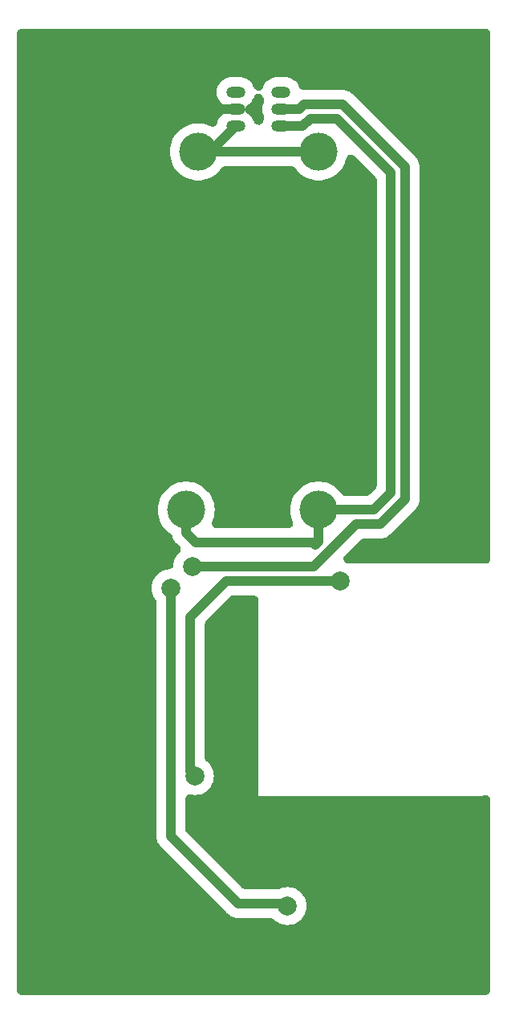
<source format=gbr>
G04 #@! TF.GenerationSoftware,KiCad,Pcbnew,7.0.7*
G04 #@! TF.CreationDate,2024-06-01T11:55:00+01:00*
G04 #@! TF.ProjectId,Controller,436f6e74-726f-46c6-9c65-722e6b696361,rev?*
G04 #@! TF.SameCoordinates,PX78a3ca0PY7e5ca20*
G04 #@! TF.FileFunction,Copper,L2,Bot*
G04 #@! TF.FilePolarity,Positive*
%FSLAX46Y46*%
G04 Gerber Fmt 4.6, Leading zero omitted, Abs format (unit mm)*
G04 Created by KiCad (PCBNEW 7.0.7) date 2024-06-01 11:55:00*
%MOMM*%
%LPD*%
G01*
G04 APERTURE LIST*
G04 #@! TA.AperFunction,ComponentPad*
%ADD10C,4.000000*%
G04 #@! TD*
G04 #@! TA.AperFunction,ComponentPad*
%ADD11O,2.000000X1.200000*%
G04 #@! TD*
G04 #@! TA.AperFunction,ViaPad*
%ADD12C,2.000000*%
G04 #@! TD*
G04 #@! TA.AperFunction,Conductor*
%ADD13C,1.000000*%
G04 #@! TD*
G04 #@! TA.AperFunction,Conductor*
%ADD14C,0.200000*%
G04 #@! TD*
G04 APERTURE END LIST*
D10*
G04 #@! TO.P,BT1,1,+*
G04 #@! TO.N,Net-(BT1-+)*
X17880000Y51220000D03*
X31850000Y51220000D03*
G04 #@! TO.P,BT1,2,-*
G04 #@! TO.N,Net-(BT1--)*
X19150000Y89000000D03*
X31850000Y89000000D03*
G04 #@! TD*
D11*
G04 #@! TO.P,SW1,1,A*
G04 #@! TO.N,unconnected-(SW1-A-Pad1)*
X23100000Y95300000D03*
G04 #@! TO.P,SW1,2,B*
G04 #@! TO.N,Batt-*
X23100000Y93500000D03*
G04 #@! TO.P,SW1,3,C*
G04 #@! TO.N,Net-(BT1--)*
X23100000Y91700000D03*
G04 #@! TO.P,SW1,4,A*
G04 #@! TO.N,unconnected-(SW1-A-Pad4)*
X27900000Y95300000D03*
G04 #@! TO.P,SW1,5,B*
G04 #@! TO.N,Batt+*
X27900000Y93500000D03*
G04 #@! TO.P,SW1,6,C*
G04 #@! TO.N,Net-(BT1-+)*
X27900000Y91700000D03*
G04 #@! TD*
D12*
G04 #@! TO.N,Batt-*
X3675000Y43447600D03*
G04 #@! TO.N,Batt+*
X18534000Y45251000D03*
G04 #@! TO.N,Net-(U1-GPIO1)*
X18788000Y23153000D03*
X34155000Y43727000D03*
G04 #@! TO.N,Net-(D1-A)*
X16248000Y42965000D03*
X28567000Y9437000D03*
G04 #@! TD*
D13*
G04 #@! TO.N,Batt-*
X3675000Y43447600D02*
X3624200Y43498400D01*
X3624200Y43498400D02*
X3624200Y66917200D01*
X3624200Y66917200D02*
X12184000Y75477000D01*
X12184000Y75477000D02*
X12184000Y87647000D01*
X12184000Y87647000D02*
X18037000Y93500000D01*
G04 #@! TO.N,Net-(BT1-+)*
X31850000Y51220000D02*
X37711000Y51220000D01*
X37711000Y51220000D02*
X39489000Y52998000D01*
X39489000Y86817680D02*
X33811680Y92495000D01*
X39489000Y52998000D02*
X39489000Y86817680D01*
X30185000Y91700000D02*
X27900000Y91700000D01*
X33811680Y92495000D02*
X30980000Y92495000D01*
X30980000Y92495000D02*
X30185000Y91700000D01*
G04 #@! TO.N,Batt+*
X18534000Y45251000D02*
X31323320Y45251000D01*
X35792320Y49720000D02*
X38332320Y49720000D01*
X38332320Y49720000D02*
X40989000Y52376680D01*
X31323320Y45251000D02*
X35792320Y49720000D01*
X40989000Y52376680D02*
X40989000Y87439000D01*
X40989000Y87439000D02*
X34409000Y94019000D01*
X34409000Y94019000D02*
X30345000Y94019000D01*
D14*
G04 #@! TO.N,Batt-*
X18037000Y93500000D02*
X17899000Y93638000D01*
D13*
X23100000Y93500000D02*
X18037000Y93500000D01*
G04 #@! TO.N,Batt+*
X29826000Y93500000D02*
X27900000Y93500000D01*
X29826000Y93500000D02*
X30345000Y94019000D01*
D14*
X30345000Y94019000D02*
X30726000Y94019000D01*
D13*
G04 #@! TO.N,Net-(BT1-+)*
X18915000Y47791000D02*
X31234000Y47791000D01*
X17880000Y51220000D02*
X17880000Y48826000D01*
X31850000Y47899000D02*
X31850000Y51220000D01*
X31234000Y47791000D02*
X31488000Y47537000D01*
X17880000Y48826000D02*
X18915000Y47791000D01*
X31488000Y47537000D02*
X31850000Y47899000D01*
G04 #@! TO.N,Net-(BT1--)*
X19150000Y89000000D02*
X20400000Y89000000D01*
X20400000Y89000000D02*
X23100000Y91700000D01*
X31850000Y89000000D02*
X19150000Y89000000D01*
G04 #@! TO.N,Net-(U1-GPIO1)*
X18280000Y39917000D02*
X18280000Y23661000D01*
X18280000Y23661000D02*
X18788000Y23153000D01*
X34155000Y43727000D02*
X22090000Y43727000D01*
X22090000Y43727000D02*
X18280000Y39917000D01*
G04 #@! TO.N,Net-(D1-A)*
X28313000Y9691000D02*
X28567000Y9437000D01*
X16248000Y42965000D02*
X16248000Y16803000D01*
X23360000Y9691000D02*
X28313000Y9691000D01*
X16248000Y16803000D02*
X23360000Y9691000D01*
G04 #@! TD*
G04 #@! TA.AperFunction,Conductor*
G04 #@! TO.N,Batt-*
G36*
X49473830Y101997363D02*
G01*
X49516012Y101991810D01*
X49652754Y101953420D01*
X49773143Y101878060D01*
X49867424Y101771835D01*
X49927958Y101643351D01*
X49945607Y101562226D01*
X49951662Y101516242D01*
X49953800Y101483634D01*
X49953800Y46054800D01*
X49933587Y45914215D01*
X49874586Y45785020D01*
X49781576Y45677681D01*
X49662092Y45600894D01*
X49525815Y45560879D01*
X49454800Y45555800D01*
X35066306Y45555800D01*
X34925721Y45576013D01*
X34891924Y45587262D01*
X34810737Y45617543D01*
X34686080Y45685610D01*
X34585650Y45786041D01*
X34517581Y45910697D01*
X34487390Y46049482D01*
X34497523Y46191150D01*
X34547157Y46324225D01*
X34632266Y46437920D01*
X36267693Y48073347D01*
X36381394Y48158462D01*
X36514469Y48208096D01*
X36620539Y48219500D01*
X38223650Y48219500D01*
X38254541Y48217582D01*
X38261200Y48216753D01*
X38270099Y48215643D01*
X38363355Y48219500D01*
X38394387Y48219500D01*
X38425310Y48222063D01*
X38518557Y48225919D01*
X38533906Y48229138D01*
X38564527Y48233599D01*
X38580141Y48234892D01*
X38670608Y48257802D01*
X38761934Y48276951D01*
X38776541Y48282652D01*
X38805984Y48292084D01*
X38821201Y48295937D01*
X38906650Y48333420D01*
X38918885Y48338194D01*
X38993594Y48367344D01*
X39007073Y48375377D01*
X39034573Y48389532D01*
X39048927Y48395827D01*
X39107511Y48434103D01*
X39127039Y48446860D01*
X39147341Y48458959D01*
X39207214Y48494634D01*
X39219172Y48504763D01*
X39243981Y48523263D01*
X39257105Y48531836D01*
X39325755Y48595034D01*
X39342539Y48609248D01*
X39349446Y48615098D01*
X39349449Y48615101D01*
X39371397Y48637050D01*
X39379392Y48644411D01*
X39440058Y48700256D01*
X39449687Y48712629D01*
X39470158Y48735812D01*
X41973188Y51238842D01*
X41996371Y51259313D01*
X42008744Y51268942D01*
X42071949Y51337602D01*
X42093902Y51359554D01*
X42113966Y51383245D01*
X42177164Y51451895D01*
X42185735Y51465016D01*
X42204233Y51489823D01*
X42214366Y51501786D01*
X42262136Y51581956D01*
X42313173Y51660073D01*
X42319471Y51674433D01*
X42333627Y51701935D01*
X42341656Y51715407D01*
X42375576Y51802340D01*
X42413063Y51887799D01*
X42416910Y51902995D01*
X42426348Y51932458D01*
X42432049Y51947066D01*
X42451198Y52038392D01*
X42474108Y52128859D01*
X42475401Y52144473D01*
X42479862Y52175094D01*
X42483081Y52190443D01*
X42486937Y52283690D01*
X42489500Y52314613D01*
X42489500Y52345645D01*
X42493357Y52438901D01*
X42491417Y52454458D01*
X42489500Y52485348D01*
X42489500Y87330331D01*
X42491418Y87361223D01*
X42493357Y87376780D01*
X42489500Y87470027D01*
X42489500Y87501063D01*
X42486936Y87532007D01*
X42483080Y87625231D01*
X42483080Y87625237D01*
X42479862Y87640581D01*
X42475402Y87671198D01*
X42474108Y87686821D01*
X42451196Y87777298D01*
X42432049Y87868614D01*
X42426350Y87883217D01*
X42416912Y87912678D01*
X42413063Y87927881D01*
X42375579Y88013336D01*
X42341656Y88100274D01*
X42333626Y88113750D01*
X42319460Y88141273D01*
X42313173Y88155607D01*
X42262139Y88233721D01*
X42214366Y88313894D01*
X42204227Y88325865D01*
X42185734Y88350667D01*
X42177164Y88363785D01*
X42177163Y88363786D01*
X42177162Y88363788D01*
X42113966Y88432436D01*
X42093901Y88456127D01*
X42093901Y88456128D01*
X42071949Y88478079D01*
X42008744Y88546738D01*
X41996368Y88556371D01*
X41973180Y88576848D01*
X35546848Y95003180D01*
X35526369Y95026371D01*
X35516741Y95038741D01*
X35516735Y95038748D01*
X35448078Y95101950D01*
X35426128Y95123900D01*
X35402436Y95143966D01*
X35333785Y95207164D01*
X35320667Y95215735D01*
X35295860Y95234232D01*
X35283898Y95244363D01*
X35283886Y95244372D01*
X35203722Y95292139D01*
X35125605Y95343174D01*
X35125601Y95343176D01*
X35111252Y95349470D01*
X35083746Y95363629D01*
X35070276Y95371655D01*
X35070269Y95371659D01*
X34983335Y95405580D01*
X34897872Y95443067D01*
X34882671Y95446916D01*
X34853216Y95456352D01*
X34838614Y95462049D01*
X34838613Y95462050D01*
X34838611Y95462050D01*
X34813901Y95467231D01*
X34747288Y95481199D01*
X34692275Y95495130D01*
X34656828Y95504107D01*
X34656815Y95504109D01*
X34641200Y95505403D01*
X34610581Y95509864D01*
X34595239Y95513081D01*
X34501990Y95516938D01*
X34471072Y95519500D01*
X34471067Y95519500D01*
X34440035Y95519500D01*
X34393661Y95521418D01*
X34346781Y95523357D01*
X34346774Y95523357D01*
X34331221Y95521418D01*
X34300330Y95519500D01*
X30453670Y95519500D01*
X30422779Y95521418D01*
X30407225Y95523357D01*
X30407218Y95523357D01*
X30337279Y95520465D01*
X30313965Y95519500D01*
X30274870Y95519500D01*
X30134285Y95539713D01*
X30005090Y95598714D01*
X29897751Y95691724D01*
X29820964Y95811208D01*
X29813854Y95827541D01*
X29730466Y96028859D01*
X29598836Y96243659D01*
X29598832Y96243663D01*
X29598830Y96243667D01*
X29435226Y96435223D01*
X29435222Y96435227D01*
X29243666Y96598831D01*
X29243660Y96598835D01*
X29243659Y96598836D01*
X29028859Y96730466D01*
X28796111Y96826873D01*
X28796110Y96826873D01*
X28551154Y96885682D01*
X28551151Y96885683D01*
X28551148Y96885683D01*
X28433226Y96894964D01*
X28362886Y96900500D01*
X28362882Y96900500D01*
X27437118Y96900500D01*
X27437114Y96900500D01*
X27372782Y96895437D01*
X27248852Y96885683D01*
X27248848Y96885683D01*
X27248847Y96885682D01*
X27248843Y96885682D01*
X27003889Y96826873D01*
X27003887Y96826873D01*
X26771140Y96730466D01*
X26556348Y96598841D01*
X26556333Y96598831D01*
X26364777Y96435227D01*
X26364773Y96435223D01*
X26201169Y96243667D01*
X26201159Y96243652D01*
X26069534Y96028860D01*
X25965624Y95777997D01*
X25963840Y95778736D01*
X25911905Y95673110D01*
X25815865Y95568472D01*
X25694237Y95495130D01*
X25556872Y95459026D01*
X25414900Y95463085D01*
X25279822Y95506978D01*
X25162581Y95587148D01*
X25072677Y95697101D01*
X25035517Y95778470D01*
X25034376Y95777997D01*
X25013854Y95827541D01*
X24930466Y96028859D01*
X24798836Y96243659D01*
X24798832Y96243663D01*
X24798830Y96243667D01*
X24635226Y96435223D01*
X24635222Y96435227D01*
X24443666Y96598831D01*
X24443660Y96598835D01*
X24443659Y96598836D01*
X24228859Y96730466D01*
X23996111Y96826873D01*
X23751154Y96885682D01*
X23751151Y96885683D01*
X23751148Y96885683D01*
X23633226Y96894964D01*
X23562886Y96900500D01*
X23562882Y96900500D01*
X22637118Y96900500D01*
X22637114Y96900500D01*
X22572782Y96895437D01*
X22448852Y96885683D01*
X22448848Y96885683D01*
X22448847Y96885682D01*
X22448843Y96885682D01*
X22203889Y96826873D01*
X22203887Y96826873D01*
X21971140Y96730466D01*
X21756348Y96598841D01*
X21756333Y96598831D01*
X21564777Y96435227D01*
X21564773Y96435223D01*
X21401169Y96243667D01*
X21401159Y96243652D01*
X21269534Y96028860D01*
X21173127Y95796113D01*
X21173127Y95796111D01*
X21122960Y95587148D01*
X21114317Y95551148D01*
X21094551Y95300000D01*
X21114317Y95048852D01*
X21114317Y95048849D01*
X21114318Y95048847D01*
X21122958Y95012860D01*
X21168778Y94822002D01*
X21173127Y94803890D01*
X21173127Y94803888D01*
X21269534Y94571141D01*
X21401159Y94356349D01*
X21401169Y94356334D01*
X21564773Y94164778D01*
X21564777Y94164774D01*
X21756333Y94001170D01*
X21756336Y94001168D01*
X21756341Y94001164D01*
X21879868Y93925466D01*
X21989172Y93834780D01*
X22068501Y93716968D01*
X22111425Y93581580D01*
X22114468Y93439582D01*
X22077382Y93302479D01*
X22003171Y93181379D01*
X21897849Y93086091D01*
X21879869Y93074536D01*
X21756351Y92998843D01*
X21756333Y92998831D01*
X21564777Y92835227D01*
X21564773Y92835223D01*
X21401169Y92643667D01*
X21401159Y92643652D01*
X21269534Y92428860D01*
X21173127Y92196113D01*
X21173124Y92196102D01*
X21136933Y92045356D01*
X21084460Y91913374D01*
X20996928Y91801523D01*
X20881430Y91718862D01*
X20747322Y91672090D01*
X20605470Y91664994D01*
X20467364Y91698151D01*
X20427773Y91715922D01*
X20398077Y91730836D01*
X20340458Y91759774D01*
X20340451Y91759777D01*
X20012011Y91879319D01*
X20012003Y91879322D01*
X19671923Y91959922D01*
X19324761Y92000500D01*
X19324759Y92000500D01*
X18975241Y92000500D01*
X18975239Y92000500D01*
X18628076Y91959922D01*
X18287996Y91879322D01*
X18287988Y91879319D01*
X17959548Y91759777D01*
X17959534Y91759771D01*
X17647207Y91602914D01*
X17355191Y91410851D01*
X17087444Y91186185D01*
X16847589Y90931955D01*
X16638867Y90651594D01*
X16638865Y90651590D01*
X16464120Y90348923D01*
X16464111Y90348907D01*
X16325674Y90027973D01*
X16325671Y90027966D01*
X16225432Y89693143D01*
X16225427Y89693122D01*
X16164737Y89348925D01*
X16144415Y89000000D01*
X16164737Y88651076D01*
X16225427Y88306879D01*
X16225432Y88306858D01*
X16325671Y87972035D01*
X16325674Y87972028D01*
X16464111Y87651094D01*
X16464120Y87651078D01*
X16638865Y87348411D01*
X16638867Y87348407D01*
X16795408Y87138137D01*
X16847588Y87068047D01*
X17087442Y86813817D01*
X17355189Y86589151D01*
X17355191Y86589150D01*
X17647207Y86397087D01*
X17959534Y86240230D01*
X17959541Y86240227D01*
X17959549Y86240223D01*
X18287989Y86120681D01*
X18287993Y86120680D01*
X18287996Y86120679D01*
X18628076Y86040079D01*
X18628079Y86040079D01*
X18628086Y86040077D01*
X18899030Y86008408D01*
X18975239Y85999500D01*
X18975241Y85999500D01*
X19324761Y85999500D01*
X19393431Y86007527D01*
X19671914Y86040077D01*
X19671921Y86040079D01*
X19671923Y86040079D01*
X20012003Y86120679D01*
X20012003Y86120680D01*
X20012011Y86120681D01*
X20340451Y86240223D01*
X20652793Y86397087D01*
X20944811Y86589151D01*
X21212558Y86813817D01*
X21452412Y87068047D01*
X21623965Y87298484D01*
X21724129Y87399178D01*
X21848605Y87467575D01*
X21987309Y87498133D01*
X22024224Y87499500D01*
X28975776Y87499500D01*
X29116361Y87479287D01*
X29245556Y87420286D01*
X29352895Y87327276D01*
X29376029Y87298490D01*
X29547588Y87068047D01*
X29787442Y86813817D01*
X30055189Y86589151D01*
X30055191Y86589150D01*
X30347207Y86397087D01*
X30659534Y86240230D01*
X30659541Y86240227D01*
X30659549Y86240223D01*
X30987989Y86120681D01*
X30987993Y86120680D01*
X30987996Y86120679D01*
X31328076Y86040079D01*
X31328079Y86040079D01*
X31328086Y86040077D01*
X31599030Y86008408D01*
X31675239Y85999500D01*
X31675241Y85999500D01*
X32024761Y85999500D01*
X32093431Y86007527D01*
X32371914Y86040077D01*
X32371921Y86040079D01*
X32371923Y86040079D01*
X32712003Y86120679D01*
X32712003Y86120680D01*
X32712011Y86120681D01*
X33040451Y86240223D01*
X33352793Y86397087D01*
X33644811Y86589151D01*
X33912558Y86813817D01*
X34152412Y87068047D01*
X34361130Y87348404D01*
X34449270Y87501067D01*
X34535879Y87651078D01*
X34535888Y87651094D01*
X34629717Y87868614D01*
X34674326Y87972029D01*
X34774569Y88306864D01*
X34774572Y88306879D01*
X34777918Y88320996D01*
X34779989Y88320506D01*
X34817779Y88435603D01*
X34898307Y88552598D01*
X35008535Y88642166D01*
X35139531Y88697052D01*
X35280685Y88712808D01*
X35420560Y88688159D01*
X35547824Y88625101D01*
X35617748Y88566904D01*
X37842346Y86342306D01*
X37927462Y86228605D01*
X37977096Y86095530D01*
X37988500Y85989460D01*
X37988500Y53826220D01*
X37968287Y53685635D01*
X37909286Y53556440D01*
X37842346Y53473374D01*
X37235626Y52866654D01*
X37121925Y52781538D01*
X36988850Y52731904D01*
X36882780Y52720500D01*
X34724224Y52720500D01*
X34583639Y52740713D01*
X34454444Y52799714D01*
X34347105Y52892724D01*
X34323964Y52921518D01*
X34152412Y53151953D01*
X33912558Y53406183D01*
X33644811Y53630849D01*
X33561513Y53685635D01*
X33352792Y53822914D01*
X33040465Y53979771D01*
X33040451Y53979777D01*
X32712011Y54099319D01*
X32712003Y54099322D01*
X32371923Y54179922D01*
X32024761Y54220500D01*
X32024759Y54220500D01*
X31675241Y54220500D01*
X31675239Y54220500D01*
X31328076Y54179922D01*
X30987996Y54099322D01*
X30987988Y54099319D01*
X30659548Y53979777D01*
X30659534Y53979771D01*
X30347207Y53822914D01*
X30055191Y53630851D01*
X29787444Y53406185D01*
X29547589Y53151955D01*
X29338867Y52871594D01*
X29338865Y52871590D01*
X29164120Y52568923D01*
X29164111Y52568907D01*
X29025674Y52247973D01*
X29025671Y52247966D01*
X28925432Y51913143D01*
X28925427Y51913122D01*
X28864737Y51568925D01*
X28844415Y51220000D01*
X28864737Y50871076D01*
X28925427Y50526879D01*
X28925432Y50526858D01*
X29025671Y50192035D01*
X29025677Y50192021D01*
X29113621Y49988143D01*
X29150744Y49851050D01*
X29147739Y49709052D01*
X29104851Y49573652D01*
X29025553Y49455820D01*
X28916270Y49365101D01*
X28785855Y49308846D01*
X28655431Y49291500D01*
X21074569Y49291500D01*
X20933984Y49311713D01*
X20804789Y49370714D01*
X20697450Y49463724D01*
X20620663Y49583208D01*
X20580648Y49719485D01*
X20580648Y49861515D01*
X20616379Y49988143D01*
X20669716Y50111795D01*
X20704326Y50192029D01*
X20804569Y50526864D01*
X20865262Y50871073D01*
X20885585Y51220000D01*
X20865262Y51568927D01*
X20824105Y51802343D01*
X20804572Y51913122D01*
X20804567Y51913143D01*
X20704328Y52247966D01*
X20704325Y52247973D01*
X20565888Y52568907D01*
X20565879Y52568923D01*
X20391134Y52871590D01*
X20391132Y52871594D01*
X20286770Y53011775D01*
X20182412Y53151953D01*
X19942558Y53406183D01*
X19674811Y53630849D01*
X19591513Y53685635D01*
X19382792Y53822914D01*
X19070465Y53979771D01*
X19070451Y53979777D01*
X18742011Y54099319D01*
X18742003Y54099322D01*
X18401923Y54179922D01*
X18054761Y54220500D01*
X18054759Y54220500D01*
X17705241Y54220500D01*
X17705239Y54220500D01*
X17358076Y54179922D01*
X17017996Y54099322D01*
X17017988Y54099319D01*
X16689548Y53979777D01*
X16689534Y53979771D01*
X16377207Y53822914D01*
X16085191Y53630851D01*
X15817444Y53406185D01*
X15577589Y53151955D01*
X15368867Y52871594D01*
X15368865Y52871590D01*
X15194120Y52568923D01*
X15194111Y52568907D01*
X15055674Y52247973D01*
X15055671Y52247966D01*
X14955432Y51913143D01*
X14955427Y51913122D01*
X14894737Y51568925D01*
X14874415Y51220000D01*
X14894737Y50871076D01*
X14955427Y50526879D01*
X14955432Y50526858D01*
X15055671Y50192035D01*
X15055674Y50192028D01*
X15194111Y49871094D01*
X15194120Y49871078D01*
X15368865Y49568411D01*
X15368867Y49568407D01*
X15516045Y49370714D01*
X15577588Y49288047D01*
X15817442Y49033817D01*
X16085189Y48809151D01*
X16220888Y48719900D01*
X16327235Y48625762D01*
X16402755Y48505474D01*
X16435061Y48405397D01*
X16436948Y48396393D01*
X16436951Y48396386D01*
X16442648Y48381784D01*
X16452084Y48352329D01*
X16455933Y48337128D01*
X16493420Y48251665D01*
X16527341Y48164731D01*
X16527345Y48164724D01*
X16535371Y48151254D01*
X16549530Y48123748D01*
X16555824Y48109399D01*
X16555826Y48109395D01*
X16606861Y48031278D01*
X16654628Y47951114D01*
X16654637Y47951102D01*
X16664768Y47939140D01*
X16683265Y47914333D01*
X16691836Y47901215D01*
X16755034Y47832564D01*
X16775100Y47808872D01*
X16797050Y47786922D01*
X16860252Y47718265D01*
X16860259Y47718259D01*
X16872629Y47708631D01*
X16895820Y47688152D01*
X17166073Y47417900D01*
X17166073Y47417899D01*
X17251189Y47304198D01*
X17300823Y47171123D01*
X17310956Y47029455D01*
X17280765Y46890670D01*
X17212697Y46766013D01*
X17166073Y46712207D01*
X17018258Y46564393D01*
X16846776Y46335318D01*
X16846772Y46335313D01*
X16709633Y46084162D01*
X16609629Y45816044D01*
X16548805Y45536437D01*
X16540521Y45420609D01*
X16510330Y45281825D01*
X16442262Y45157168D01*
X16341831Y45056738D01*
X16217174Y44988670D01*
X16078394Y44958480D01*
X15962572Y44950196D01*
X15962569Y44950196D01*
X15962563Y44950195D01*
X15682956Y44889371D01*
X15414838Y44789367D01*
X15163687Y44652228D01*
X15163682Y44652224D01*
X14934607Y44480742D01*
X14732258Y44278393D01*
X14560776Y44049318D01*
X14560772Y44049313D01*
X14423633Y43798162D01*
X14323629Y43530044D01*
X14262805Y43250437D01*
X14242390Y42965000D01*
X14262805Y42679564D01*
X14323629Y42399957D01*
X14395865Y42206287D01*
X14423633Y42131839D01*
X14560774Y41880685D01*
X14647972Y41764202D01*
X14716038Y41639549D01*
X14746229Y41500764D01*
X14747500Y41465166D01*
X14747500Y16911668D01*
X14745582Y16880777D01*
X14743643Y16865224D01*
X14743643Y16865221D01*
X14747500Y16771966D01*
X14747500Y16740928D01*
X14750062Y16710010D01*
X14753919Y16616763D01*
X14753919Y16616759D01*
X14757136Y16601419D01*
X14761597Y16570800D01*
X14762891Y16555185D01*
X14762893Y16555172D01*
X14772878Y16515745D01*
X14785801Y16464712D01*
X14804951Y16373386D01*
X14810648Y16358784D01*
X14820084Y16329329D01*
X14823933Y16314128D01*
X14861420Y16228665D01*
X14895341Y16141731D01*
X14895345Y16141724D01*
X14903371Y16128254D01*
X14917530Y16100748D01*
X14923824Y16086399D01*
X14923826Y16086395D01*
X14974861Y16008278D01*
X15022628Y15928114D01*
X15022637Y15928102D01*
X15032768Y15916140D01*
X15051265Y15891333D01*
X15059836Y15878215D01*
X15123034Y15809564D01*
X15143100Y15785872D01*
X15165050Y15763922D01*
X15228252Y15695265D01*
X15228259Y15695259D01*
X15240629Y15685631D01*
X15263820Y15665152D01*
X22222152Y8706820D01*
X22242629Y8683632D01*
X22252262Y8671256D01*
X22320921Y8608051D01*
X22342872Y8586100D01*
X22342873Y8586099D01*
X22366564Y8566034D01*
X22435213Y8502838D01*
X22435217Y8502834D01*
X22448326Y8494270D01*
X22473145Y8475764D01*
X22482511Y8467832D01*
X22485106Y8465634D01*
X22565275Y8417864D01*
X22643393Y8366827D01*
X22657749Y8360530D01*
X22685253Y8346373D01*
X22698727Y8338344D01*
X22698728Y8338344D01*
X22698731Y8338342D01*
X22785659Y8304424D01*
X22871119Y8266937D01*
X22886327Y8263086D01*
X22915789Y8253647D01*
X22930386Y8247951D01*
X23021711Y8228802D01*
X23112179Y8205892D01*
X23127804Y8204598D01*
X23158413Y8200138D01*
X23173763Y8196919D01*
X23267009Y8193063D01*
X23297933Y8190500D01*
X23297937Y8190500D01*
X23328965Y8190500D01*
X23422221Y8186643D01*
X23432178Y8187885D01*
X23437779Y8188582D01*
X23468670Y8190500D01*
X26777674Y8190500D01*
X26918259Y8170287D01*
X27047454Y8111286D01*
X27130520Y8044346D01*
X27253607Y7921259D01*
X27345236Y7852667D01*
X27482685Y7749774D01*
X27733839Y7612633D01*
X27924648Y7541465D01*
X28001956Y7512630D01*
X28262138Y7456032D01*
X28281572Y7451804D01*
X28567000Y7431390D01*
X28852428Y7451804D01*
X28972048Y7477826D01*
X29132043Y7512630D01*
X29132046Y7512631D01*
X29400161Y7612633D01*
X29651315Y7749774D01*
X29880395Y7921261D01*
X30082739Y8123605D01*
X30254226Y8352685D01*
X30391367Y8603839D01*
X30491369Y8871954D01*
X30552196Y9151572D01*
X30572610Y9437000D01*
X30552196Y9722428D01*
X30547968Y9741862D01*
X30491370Y10002044D01*
X30462535Y10079352D01*
X30391367Y10270161D01*
X30254226Y10521315D01*
X30151333Y10658763D01*
X30082741Y10750393D01*
X29880392Y10952742D01*
X29742946Y11055632D01*
X29651315Y11124226D01*
X29651313Y11124227D01*
X29651312Y11124228D01*
X29400161Y11261367D01*
X29132043Y11361371D01*
X28852436Y11422195D01*
X28852430Y11422196D01*
X28852428Y11422196D01*
X28567000Y11442610D01*
X28281572Y11422196D01*
X28281569Y11422196D01*
X28281563Y11422195D01*
X28001956Y11361371D01*
X27733849Y11261371D01*
X27733842Y11261369D01*
X27733839Y11261367D01*
X27717667Y11252537D01*
X27584596Y11202904D01*
X27478526Y11191500D01*
X24188220Y11191500D01*
X24047635Y11211713D01*
X23918440Y11270714D01*
X23835374Y11337654D01*
X17894654Y17278375D01*
X17809538Y17392076D01*
X17759904Y17525151D01*
X17748500Y17631221D01*
X17748500Y20712621D01*
X17768713Y20853206D01*
X17827714Y20982401D01*
X17920724Y21089740D01*
X18040208Y21166527D01*
X18176485Y21206542D01*
X18318515Y21206542D01*
X18353573Y21200217D01*
X18502572Y21167804D01*
X18788000Y21147390D01*
X19073428Y21167804D01*
X19222429Y21200217D01*
X19353043Y21228630D01*
X19353046Y21228631D01*
X19621161Y21328633D01*
X19872315Y21465774D01*
X20101395Y21637261D01*
X20303739Y21839605D01*
X20475226Y22068685D01*
X20612367Y22319839D01*
X20712369Y22587954D01*
X20773196Y22867572D01*
X20793610Y23153000D01*
X20773196Y23438428D01*
X20768968Y23457862D01*
X20712370Y23718044D01*
X20683535Y23795352D01*
X20612367Y23986161D01*
X20475226Y24237315D01*
X20372333Y24374763D01*
X20303741Y24466393D01*
X20101394Y24668740D01*
X19980460Y24759270D01*
X19880030Y24859701D01*
X19811962Y24984357D01*
X19781771Y25123142D01*
X19780500Y25158740D01*
X19780500Y39088782D01*
X19800713Y39229367D01*
X19859714Y39358562D01*
X19926649Y39441623D01*
X22565372Y42080346D01*
X22679074Y42165462D01*
X22812149Y42215096D01*
X22918219Y42226500D01*
X25001000Y42226500D01*
X25141585Y42206287D01*
X25270780Y42147286D01*
X25378119Y42054276D01*
X25454906Y41934792D01*
X25494921Y41798515D01*
X25500000Y41727501D01*
X25500000Y21000000D01*
X49096199Y21000000D01*
X49096200Y21000000D01*
X49101954Y21005755D01*
X49215652Y21090868D01*
X49348727Y21140504D01*
X49490395Y21150637D01*
X49629180Y21120447D01*
X49753837Y21052380D01*
X49854268Y20951950D01*
X49922337Y20827294D01*
X49952528Y20688510D01*
X49953800Y20652908D01*
X49953800Y580767D01*
X49951662Y548159D01*
X49945607Y502175D01*
X49907213Y365433D01*
X49831850Y245046D01*
X49725622Y150769D01*
X49597136Y90238D01*
X49516027Y72593D01*
X49489655Y69121D01*
X49470035Y66538D01*
X49437435Y64400D01*
X516366Y64400D01*
X483762Y66538D01*
X472467Y68025D01*
X437774Y72593D01*
X301032Y110987D01*
X180645Y186350D01*
X86368Y292578D01*
X25837Y421064D01*
X8193Y502169D01*
X7682Y506047D01*
X2633Y544393D01*
X500Y576943D01*
X500Y101487459D01*
X2633Y101520007D01*
X8192Y101562232D01*
X46588Y101698974D01*
X121953Y101819359D01*
X228182Y101913636D01*
X356669Y101974165D01*
X437791Y101991810D01*
X479972Y101997363D01*
X512572Y101999500D01*
X49441229Y101999500D01*
X49473830Y101997363D01*
G37*
G04 #@! TD.AperFunction*
G04 #@! TA.AperFunction,Conductor*
G36*
X25585090Y95136918D02*
G01*
X25720169Y95093028D01*
X25837411Y95012860D01*
X25927318Y94902909D01*
X25964482Y94821530D01*
X25965624Y94822002D01*
X26061325Y94590958D01*
X26096450Y94453340D01*
X26091380Y94311400D01*
X26061325Y94209042D01*
X25973129Y93996118D01*
X25973127Y93996111D01*
X25919594Y93773127D01*
X25914317Y93751148D01*
X25894551Y93500000D01*
X25914317Y93248852D01*
X25914317Y93248849D01*
X25914318Y93248847D01*
X25930516Y93181379D01*
X25973127Y93003889D01*
X26042990Y92835223D01*
X26061325Y92790960D01*
X26096450Y92653341D01*
X26091380Y92511402D01*
X26061326Y92409044D01*
X25965625Y92177999D01*
X25963841Y92178738D01*
X25911905Y92073110D01*
X25815865Y91968472D01*
X25694237Y91895130D01*
X25556872Y91859026D01*
X25414900Y91863085D01*
X25279822Y91906978D01*
X25162581Y91987148D01*
X25072677Y92097101D01*
X25035517Y92178470D01*
X25034376Y92177997D01*
X25026872Y92196113D01*
X24930466Y92428859D01*
X24798836Y92643659D01*
X24798832Y92643663D01*
X24798830Y92643667D01*
X24635226Y92835223D01*
X24635222Y92835227D01*
X24443666Y92998831D01*
X24443661Y92998834D01*
X24443659Y92998836D01*
X24408203Y93020564D01*
X24320131Y93074535D01*
X24210825Y93165225D01*
X24131497Y93283037D01*
X24088573Y93418426D01*
X24085532Y93560423D01*
X24122619Y93697526D01*
X24196830Y93818626D01*
X24302153Y93913913D01*
X24320073Y93925431D01*
X24443659Y94001164D01*
X24635224Y94164776D01*
X24798836Y94356341D01*
X24930466Y94571141D01*
X25026873Y94803889D01*
X25026873Y94803890D01*
X25034376Y94822003D01*
X25036160Y94821264D01*
X25088089Y94926883D01*
X25184127Y95031522D01*
X25305754Y95104867D01*
X25443118Y95140973D01*
X25585090Y95136918D01*
G37*
G04 #@! TD.AperFunction*
G04 #@! TD*
M02*

</source>
